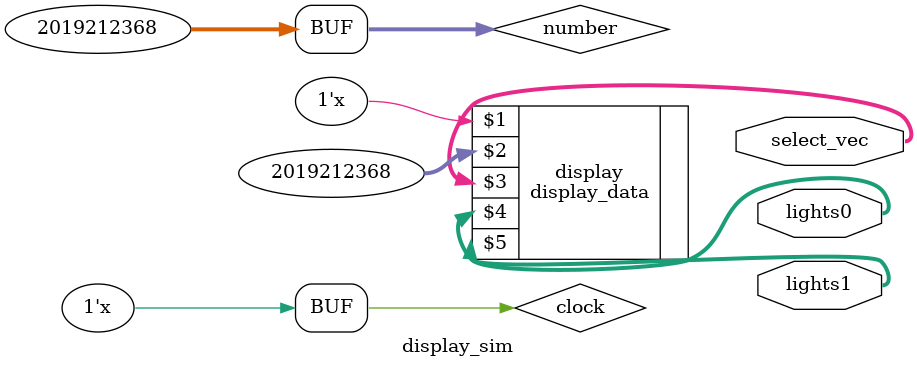
<source format=v>
`timescale 1ns / 1ps


module display_sim(
    output [7:0] select_vec,
    output [7:0] lights0,
    output [7:0] lights1
    );

reg clock = 0;
reg[31:0] number = 32'H785abc50;
display_data display(clock, number, select_vec, lights0, lights1);


always #50 clock = ~clock;

endmodule

</source>
